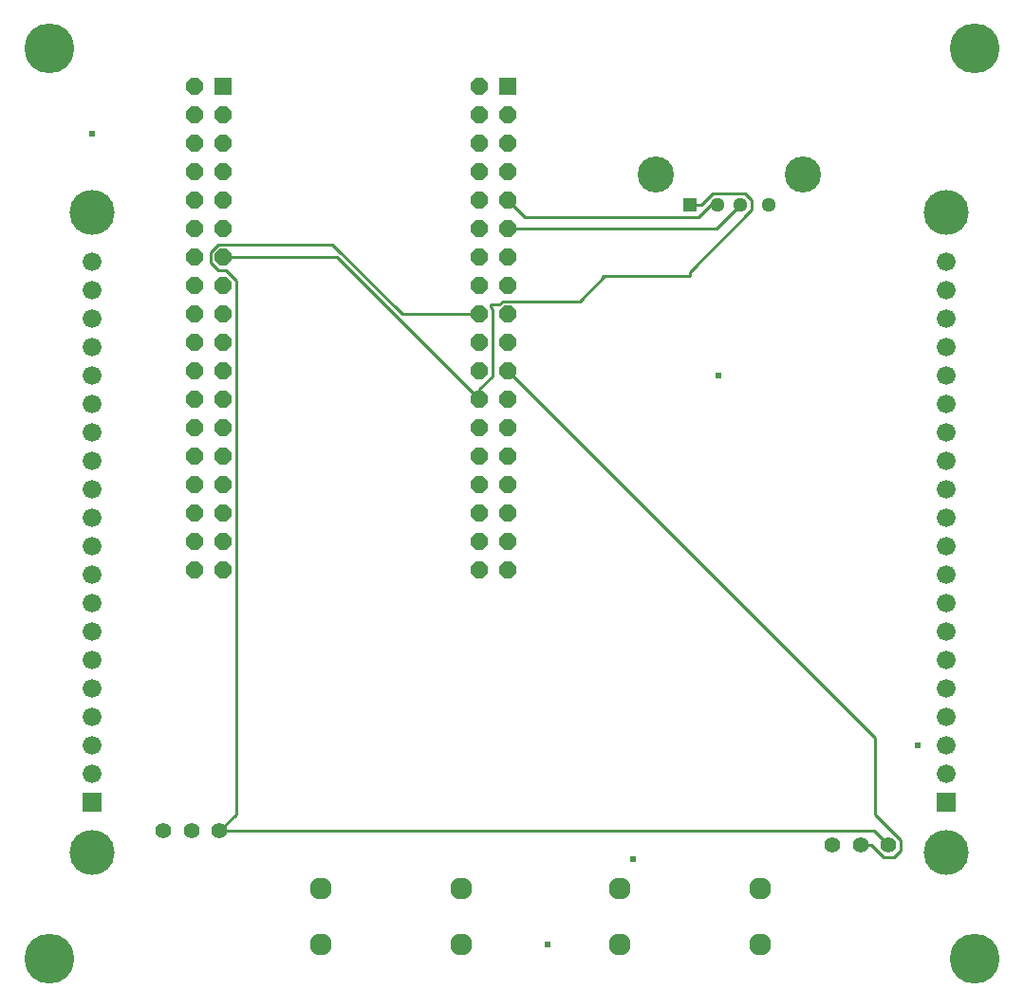
<source format=gbr>
G04 EAGLE Gerber RS-274X export*
G75*
%MOMM*%
%FSLAX34Y34*%
%LPD*%
%INBottom Copper*%
%IPPOS*%
%AMOC8*
5,1,8,0,0,1.08239X$1,22.5*%
G01*
%ADD10R,1.676400X1.676400*%
%ADD11C,1.676400*%
%ADD12C,4.016000*%
%ADD13R,1.288000X1.288000*%
%ADD14C,1.288000*%
%ADD15C,3.220000*%
%ADD16C,4.445000*%
%ADD17C,1.400000*%
%ADD18C,1.960000*%
%ADD19R,1.524000X1.524000*%
%ADD20P,1.649562X8X292.500000*%
%ADD21C,0.254000*%
%ADD22C,0.609600*%


D10*
X76200Y177800D03*
D11*
X76200Y203200D03*
X76200Y228600D03*
X76200Y254000D03*
X76200Y279400D03*
X76200Y304800D03*
X76200Y330200D03*
X76200Y355600D03*
X76200Y381000D03*
X76200Y406400D03*
X76200Y431800D03*
X76200Y457200D03*
X76200Y482600D03*
X76200Y508000D03*
X76200Y533400D03*
X76200Y558800D03*
X76200Y584200D03*
X76200Y609600D03*
X76200Y635000D03*
X76200Y660400D03*
D10*
X838200Y177800D03*
D11*
X838200Y203200D03*
X838200Y228600D03*
X838200Y254000D03*
X838200Y279400D03*
X838200Y304800D03*
X838200Y330200D03*
X838200Y355600D03*
X838200Y381000D03*
X838200Y406400D03*
X838200Y431800D03*
X838200Y457200D03*
X838200Y482600D03*
X838200Y508000D03*
X838200Y533400D03*
X838200Y558800D03*
X838200Y584200D03*
X838200Y609600D03*
X838200Y635000D03*
X838200Y660400D03*
D12*
X838200Y704850D03*
X838200Y133350D03*
X76200Y704850D03*
X76200Y133350D03*
D13*
X609600Y711200D03*
D14*
X634600Y711200D03*
X654600Y711200D03*
X679600Y711200D03*
D15*
X578900Y738300D03*
X710300Y738300D03*
D16*
X38100Y850900D03*
X38100Y38100D03*
X863600Y38100D03*
X863600Y850900D03*
D17*
X787000Y139700D03*
X762000Y139700D03*
X737000Y139700D03*
X190100Y152400D03*
X165100Y152400D03*
X140100Y152400D03*
D18*
X405400Y101200D03*
X405400Y51200D03*
X280400Y51200D03*
X280400Y101200D03*
X672100Y101200D03*
X672100Y51200D03*
X547100Y51200D03*
X547100Y101200D03*
D19*
X447300Y817200D03*
D20*
X421900Y817200D03*
X447300Y791800D03*
X421900Y791800D03*
X447300Y766400D03*
X421900Y766400D03*
X447300Y741000D03*
X421900Y741000D03*
X447300Y715600D03*
X421900Y715600D03*
X447300Y690200D03*
X421900Y690200D03*
X447300Y664800D03*
X421900Y664800D03*
X447300Y639400D03*
X421900Y639400D03*
X447300Y614000D03*
X421900Y614000D03*
X447300Y588600D03*
X421900Y588600D03*
X447300Y563200D03*
X421900Y563200D03*
X447300Y537800D03*
X421900Y537800D03*
X447300Y512400D03*
X421900Y512400D03*
X447300Y487000D03*
X421900Y487000D03*
X447300Y461600D03*
X421900Y461600D03*
X447300Y436200D03*
X421900Y436200D03*
X447300Y410800D03*
X421900Y410800D03*
X447300Y385400D03*
X421900Y385400D03*
D19*
X193300Y817200D03*
D20*
X167900Y817200D03*
X193300Y791800D03*
X167900Y791800D03*
X193300Y766400D03*
X167900Y766400D03*
X193300Y741000D03*
X167900Y741000D03*
X193300Y715600D03*
X167900Y715600D03*
X193300Y690200D03*
X167900Y690200D03*
X193300Y664800D03*
X167900Y664800D03*
X193300Y639400D03*
X167900Y639400D03*
X193300Y614000D03*
X167900Y614000D03*
X193300Y588600D03*
X167900Y588600D03*
X193300Y563200D03*
X167900Y563200D03*
X193300Y537800D03*
X167900Y537800D03*
X193300Y512400D03*
X167900Y512400D03*
X193300Y487000D03*
X167900Y487000D03*
X193300Y461600D03*
X167900Y461600D03*
X193300Y436200D03*
X167900Y436200D03*
X193300Y410800D03*
X167900Y410800D03*
X193300Y385400D03*
X167900Y385400D03*
D21*
X627868Y711200D02*
X634600Y711200D01*
X627868Y711200D02*
X617618Y700950D01*
X461950Y700950D01*
X447300Y715600D01*
X633600Y690200D02*
X654600Y711200D01*
X633600Y690200D02*
X447300Y690200D01*
D22*
X76200Y774700D03*
X558800Y127000D03*
X635000Y558800D03*
D21*
X533400Y647700D02*
X531800Y647700D01*
X533400Y647700D02*
X609600Y647700D01*
X664850Y706954D02*
X664850Y715446D01*
X658846Y721450D01*
X630354Y721450D01*
X609600Y651704D02*
X609600Y647700D01*
X609600Y711200D02*
X620104Y711200D01*
X664850Y706954D02*
X609600Y651704D01*
X620104Y711200D02*
X630354Y721450D01*
X442566Y625430D02*
X439436Y622300D01*
X431800Y622300D01*
X511130Y625430D02*
X533400Y647700D01*
X511130Y625430D02*
X442566Y625430D01*
X431800Y622300D02*
X431800Y620265D01*
X433330Y618735D01*
X421900Y547036D02*
X421900Y537800D01*
X421900Y547036D02*
X433330Y558466D01*
X433330Y618735D01*
X294900Y664800D02*
X193300Y664800D01*
X294900Y664800D02*
X421900Y537800D01*
X190100Y152400D02*
X774300Y152400D01*
X787000Y139700D01*
X188566Y653370D02*
X181870Y660066D01*
X181870Y669535D01*
X188566Y676230D01*
X352884Y614000D02*
X421900Y614000D01*
X290654Y676230D02*
X188566Y676230D01*
X290654Y676230D02*
X352884Y614000D01*
X195495Y653370D02*
X188566Y653370D01*
X204730Y167030D02*
X190100Y152400D01*
X204730Y167030D02*
X204730Y644135D01*
X195495Y653370D01*
X782522Y128890D02*
X791478Y128890D01*
X797810Y135222D01*
X797810Y144178D01*
X774700Y167288D01*
X771712Y139700D02*
X762000Y139700D01*
X771712Y139700D02*
X782522Y128890D01*
X774700Y235800D02*
X447300Y563200D01*
X774700Y235800D02*
X774700Y167288D01*
D22*
X482600Y50800D03*
X812800Y228600D03*
M02*

</source>
